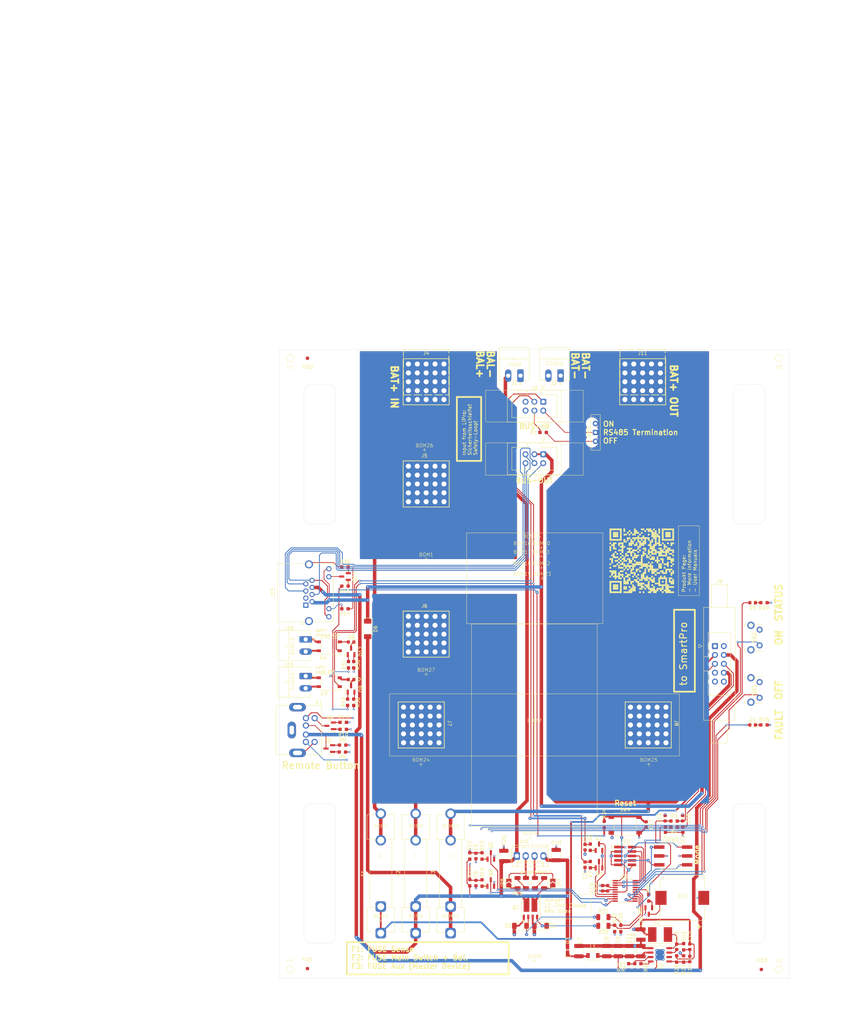
<source format=kicad_pcb>
(kicad_pcb
	(version 20241229)
	(generator "pcbnew")
	(generator_version "9.0")
	(general
		(thickness 1.627)
		(legacy_teardrops no)
	)
	(paper "A3" portrait)
	(layers
		(0 "F.Cu" signal)
		(4 "In1.Cu" signal)
		(6 "In2.Cu" signal)
		(8 "In3.Cu" signal)
		(10 "In4.Cu" signal)
		(2 "B.Cu" signal)
		(9 "F.Adhes" user "F.Adhesive")
		(11 "B.Adhes" user "B.Adhesive")
		(13 "F.Paste" user)
		(15 "B.Paste" user)
		(5 "F.SilkS" user "F.Silkscreen")
		(7 "B.SilkS" user "B.Silkscreen")
		(1 "F.Mask" user)
		(3 "B.Mask" user)
		(17 "Dwgs.User" user "User.Drawings")
		(19 "Cmts.User" user "User.Comments")
		(21 "Eco1.User" user "User.Eco1")
		(23 "Eco2.User" user "User.Eco2")
		(25 "Edge.Cuts" user)
		(27 "Margin" user)
		(31 "F.CrtYd" user "F.Courtyard")
		(29 "B.CrtYd" user "B.Courtyard")
		(35 "F.Fab" user)
		(33 "B.Fab" user)
		(39 "User.1" user)
		(41 "User.2" user)
		(43 "User.3" user)
		(45 "User.4" user)
		(47 "User.5" user)
		(49 "User.6" user)
		(51 "User.7" user)
		(53 "User.8" user)
		(55 "User.9" user)
	)
	(setup
		(stackup
			(layer "F.SilkS"
				(type "Top Silk Screen")
			)
			(layer "F.Paste"
				(type "Top Solder Paste")
			)
			(layer "F.Mask"
				(type "Top Solder Mask")
				(thickness 0.01)
			)
			(layer "F.Cu"
				(type "copper")
				(thickness 0.07)
			)
			(layer "dielectric 1"
				(type "prepreg")
				(thickness 0.1)
				(material "FR4")
				(epsilon_r 4.5)
				(loss_tangent 0.02)
			)
			(layer "In1.Cu"
				(type "copper")
				(thickness 0.07)
			)
			(layer "dielectric 2"
				(type "core")
				(thickness 0.4785)
				(material "FR4")
				(epsilon_r 4.5)
				(loss_tangent 0.02)
			)
			(layer "In2.Cu"
				(type "copper")
				(thickness 0.07)
			)
			(layer "dielectric 3"
				(type "prepreg")
				(thickness 0.1)
				(material "FR4")
				(epsilon_r 4.5)
				(loss_tangent 0.02)
			)
			(layer "In3.Cu"
				(type "copper")
				(thickness 0.035)
			)
			(layer "dielectric 4"
				(type "core")
				(thickness 0.4785)
				(material "FR4")
				(epsilon_r 4.5)
				(loss_tangent 0.02)
			)
			(layer "In4.Cu"
				(type "copper")
				(thickness 0.035)
			)
			(layer "dielectric 5"
				(type "prepreg")
				(thickness 0.1)
				(material "FR4")
				(epsilon_r 4.5)
				(loss_tangent 0.02)
			)
			(layer "B.Cu"
				(type "copper")
				(thickness 0.07)
			)
			(layer "B.Mask"
				(type "Bottom Solder Mask")
				(thickness 0.01)
			)
			(layer "B.Paste"
				(type "Bottom Solder Paste")
			)
			(layer "B.SilkS"
				(type "Bottom Silk Screen")
			)
			(copper_finish "None")
			(dielectric_constraints no)
		)
		(pad_to_mask_clearance 0)
		(allow_soldermask_bridges_in_footprints no)
		(tenting front back)
		(aux_axis_origin 100 120)
		(grid_origin 173 120)
		(pcbplotparams
			(layerselection 0x00000000_00000000_55555555_5755f5ff)
			(plot_on_all_layers_selection 0x00000000_00000000_00000000_00000000)
			(disableapertmacros no)
			(usegerberextensions no)
			(usegerberattributes yes)
			(usegerberadvancedattributes yes)
			(creategerberjobfile yes)
			(dashed_line_dash_ratio 12.000000)
			(dashed_line_gap_ratio 3.000000)
			(svgprecision 4)
			(plotframeref no)
			(mode 1)
			(useauxorigin no)
			(hpglpennumber 1)
			(hpglpenspeed 20)
			(hpglpendiameter 15.000000)
			(pdf_front_fp_property_popups yes)
			(pdf_back_fp_property_popups yes)
			(pdf_metadata yes)
			(pdf_single_document no)
			(dxfpolygonmode yes)
			(dxfimperialunits yes)
			(dxfusepcbnewfont yes)
			(psnegative no)
			(psa4output no)
			(plot_black_and_white yes)
			(plotinvisibletext no)
			(sketchpadsonfab no)
			(plotpadnumbers no)
			(hidednponfab no)
			(sketchdnponfab yes)
			(crossoutdnponfab yes)
			(subtractmaskfromsilk no)
			(outputformat 1)
			(mirror no)
			(drillshape 1)
			(scaleselection 1)
			(outputdirectory "")
		)
	)
	(net 0 "")
	(net 1 "GND")
	(net 2 "Net-(J10-Pin_3)")
	(net 3 "VCC")
	(net 4 "Net-(Q3-B)")
	(net 5 "/RESET")
	(net 6 "/SET")
	(net 7 "/Ub_FUSED")
	(net 8 "Net-(D3-K)")
	(net 9 "Net-(SW5-A)")
	(net 10 "/BMS_OK")
	(net 11 "Net-(U2-VIN)")
	(net 12 "Net-(U2-BST)")
	(net 13 "Net-(U2-SW)")
	(net 14 "Net-(C14-Pad1)")
	(net 15 "Net-(Q4-B)")
	(net 16 "Net-(U2-FB)")
	(net 17 "/B")
	(net 18 "/A")
	(net 19 "Net-(J10-Pin_2)")
	(net 20 "/BTN_ON")
	(net 21 "/BTN_OFF")
	(net 22 "/control/SWCLK")
	(net 23 "Net-(J12-~{RESET})")
	(net 24 "Net-(Q5-B)")
	(net 25 "/control/SWDIO")
	(net 26 "unconnected-(J12-KEY-Pad7)")
	(net 27 "Net-(JP8-A)")
	(net 28 "Net-(Q1-B)")
	(net 29 "/LVP")
	(net 30 "/OVP")
	(net 31 "Net-(Q2-B)")
	(net 32 "Net-(Q6-B)")
	(net 33 "/LED_ERROR")
	(net 34 "/LED_ON")
	(net 35 "Net-(U2-EN{slash}UVLO)")
	(net 36 "Net-(U2-RON)")
	(net 37 "/BMS_OK_PROTECTED")
	(net 38 "/control/R2")
	(net 39 "/control/R1")
	(net 40 "/control/BTN_OFF")
	(net 41 "/control/BTN_ON")
	(net 42 "Net-(BZ1--)")
	(net 43 "Net-(Q8-B)")
	(net 44 "Net-(U1-PA9{slash}PA11)")
	(net 45 "Net-(U1-PC14)")
	(net 46 "Net-(U1-PC15)")
	(net 47 "unconnected-(U2-PGOOD-Pad6)")
	(net 48 "/~{OC_FAULT}")
	(net 49 "/LVP_IN")
	(net 50 "/OVP_IN")
	(net 51 "Net-(D4-K)")
	(net 52 "Net-(D5-K)")
	(net 53 "/control/RELAIS_RESET")
	(net 54 "/control/RELAIS_SET")
	(net 55 "unconnected-(J3-Pin_5-Pad5)")
	(net 56 "unconnected-(J3-Pin_6-Pad6)")
	(net 57 "Net-(J13-Pad10)")
	(net 58 "Net-(Q14-C)")
	(net 59 "/BAT+_IN")
	(net 60 "Net-(J9-Pin_3)")
	(net 61 "/BAT+_SI")
	(net 62 "/BAT+_OUT")
	(net 63 "unconnected-(J9-Pin_7-Pad7)")
	(net 64 "/B_OUT")
	(net 65 "/A_OUT")
	(net 66 "/GND_OUT")
	(net 67 "/+5V_OUT")
	(net 68 "Net-(D6-A)")
	(net 69 "/~{OC_FAULT_PROTECTED}")
	(net 70 "/VCC_FROM_EASY_SWITCH")
	(net 71 "unconnected-(SW5-C-Pad2)")
	(net 72 "Net-(D7-A)")
	(net 73 "Net-(D8-A)")
	(net 74 "Net-(D6-K)")
	(net 75 "Net-(D7-K)")
	(net 76 "Net-(D8-K)")
	(net 77 "Net-(J15-Pin_2)")
	(net 78 "Net-(J15-Pin_1)")
	(net 79 "Net-(J16-Pin_1)")
	(net 80 "Net-(J16-Pin_2)")
	(net 81 "Net-(Q1-C)")
	(net 82 "Net-(Q4-C)")
	(net 83 "Net-(Q1-E)")
	(net 84 "Net-(Q4-E)")
	(net 85 "Net-(Q9-E)")
	(net 86 "Net-(Q12-E)")
	(net 87 "Net-(Q14-E)")
	(net 88 "Net-(Q9-B)")
	(net 89 "Net-(JP7-A)")
	(net 90 "Net-(R17-Pad1)")
	(net 91 "Net-(R19-Pad2)")
	(net 92 "Net-(Q12-B)")
	(net 93 "Net-(Q14-B)")
	(footprint "Package_SO:SO-4_4.4x4.3mm_P2.54mm" (layer "F.Cu") (at 114.25 215.25 180))
	(footprint "Capacitor_SMD:C_0603_1608Metric" (layer "F.Cu") (at 187.5 267.5 90))
	(footprint "Connector_IDC:IDC-Header_2x03_P2.54mm_Vertical" (layer "F.Cu") (at 175.54 150 -90))
	(footprint "Resistor_SMD:R_0603_1608Metric_Pad0.98x0.95mm_HandSolder" (layer "F.Cu") (at 175.5 143.75))
	(footprint "Capacitor_SMD:C_0603_1608Metric" (layer "F.Cu") (at 187.5 262.5 90))
	(footprint "LED_SMD:LED_0603_1608Metric" (layer "F.Cu") (at 120.5 203.75 180))
	(footprint "myPackage_SO:HSOP-8-1EP_3.9x4.9mm_P1.27mm_EP2.41x3.1mm_ThermalVias_0.3mm" (layer "F.Cu") (at 208.955 293.3))
	(footprint "Capacitor_SMD:C_0603_1608Metric" (layer "F.Cu") (at 156.25 272.75 90))
	(footprint "Fiducial:Fiducial_1mm_Mask3mm" (layer "F.Cu") (at 108 297.25))
	(footprint "Package_TO_SOT_SMD:SOT-23" (layer "F.Cu") (at 120.5 206.4375 90))
	(footprint "Resistor_SMD:R_1206_3216Metric" (layer "F.Cu") (at 170.57 272.775 -90))
	(footprint "myBOM:BOM_PART_2x2mm" (layer "F.Cu") (at 139 265))
	(footprint "myWürthSHFU:WP-SHFU_7461098_HAL_gewinkelt" (layer "F.Cu") (at 204 129.25))
	(footprint "Resistor_SMD:R_0603_1608Metric_Pad0.98x0.95mm_HandSolder" (layer "F.Cu") (at 197.75 285.75 -90))
	(footprint "Connector_Phoenix_MC:PhoenixContact_MC_1,5_2-G-3.5_1x02_P3.50mm_Horizontal" (layer "F.Cu") (at 169 127.5 180))
	(footprint "Connector_Phoenix_MC:PhoenixContact_MC_1,5_2-G-3.5_1x02_P3.50mm_Horizontal" (layer "F.Cu") (at 107.5 203 -90))
	(footprint "Capacitor_SMD:C_1210_3225Metric" (layer "F.Cu") (at 179.25 264.75 90))
	(footprint "Resistor_SMD:R_1206_3216Metric" (layer "F.Cu") (at 192.75 285 180))
	(footprint "Resistor_SMD:R_0603_1608Metric_Pad0.98x0.95mm_HandSolder" (layer "F.Cu") (at 238.75 192.5))
	(footprint "LED_SMD:LED_0603_1608Metric" (layer "F.Cu") (at 120.5 214.5 180))
	(footprint "Resistor_SMD:R_0603_1608Metric_Pad0.98x0.95mm_HandSolder" (layer "F.Cu") (at 118.75 182.25 180))
	(footprint "Resistor_SMD:R_0603_1608Metric_Pad0.98x0.95mm_HandSolder" (layer "F.Cu") (at 118.25 226.75))
	(footprint "myBOM:BOM_PART_2x2mm" (layer "F.Cu") (at 173 295))
	(footprint "Resistor_SMD:R_0603_1608Metric_Pad0.98x0.95mm_HandSolder" (layer "F.Cu") (at 200 296.75 -90))
	(footprint "Resistor_SMD:R_1206_3216Metric" (layer "F.Cu") (at 175.77 272.775 -90))
	(footprint "Connector_IDC:IDC-Header_2x05_P2.54mm_Latch6.5mm_Vertical" (layer "F.Cu") (at 224.71 204.92))
	(footprint "myBOM:BOM_PART_2x2mm" (layer "F.Cu") (at 142 213))
	(footprint "myBOM:BOM_PART_2x2mm" (layer "F.Cu") (at 167.25 122.75 180))
	(footprint "Capacitor_SMD:C_0603_1608Metric" (layer "F.Cu") (at 217.5 294.5 -90))
	(footprint "myBOM:BOM_PART_2x2mm" (layer "F.Cu") (at 175.25 185.5))
	(footprint "Resistor_SMD:R_0603_1608Metric_Pad0.98x0.95mm_HandSolder" (layer "F.Cu") (at 118 235.25 180))
	(footprint "Capacitor_SMD:C_0603_1608Metric" (layer "F.Cu") (at 156.25 265 90))
	(footprint "myHoles:printer_mounting_holes_1mm" (layer "F.Cu") (at 103 297.5))
	(footprint "Resistor_SMD:R_0603_1608Metric_Pad0.98x0.95mm_HandSolder" (layer "F.Cu") (at 118.75 187.75 180))
	(footprint "myWürthSHFU:WP-SHFU_7461098_HAL"
		(layer "F.Cu")
		(uuid "34660250-fc94-4cb6-a366-f6bfebcc8925")
		(at 142 158.5)
		(descr "WP-SHFU External thread, full plain\nDrill hole specification for HAL\nThread M6 , 25pins\nMax Height = 15.5mm")
		(property "Reference" "J5"
			(at -0.5 -7.5 0)
			(unlocked yes)
			(layer "F.SilkS")
			(uuid "b98c1c97-db84-4a6f-b632-be8166fe2593")
			(effects
				(font
					(size 1 1)
					(thickness 0.15)
				)
				(justify bottom)
			)
		)
		(property "Value" "Würth RedCube M6"
			(at -3.5 8.8 0)
			(unlocked yes)
			(layer "F.Fab")
			(uuid "b9c5fbcf-3a0d-45d1-a319-60c7f3986a6f")
			(effects
				(font
					(size 1.1684 1.1684)
					(thickness 0.1016)
				)
				(justify left bottom)
			)
		)
		(property "Datasheet" "https://www.lcsc.com/datasheet/lcsc_datasheet_2409261545_SAMZO-14580S0M5_C41416688.pdf"
			(at 0 0 0)
			(layer "F.Fab")
			(hide yes)
			(uuid "48bdedb9-93cd-4ddf-a42d-f5017451a656")
			(effects
				(font
					(size 1.27 1.27)
					(thickness 0.15)
				)
			)
		)
		(property "Description" "RED CUBE SCHRAUBTERMINAL WP-SHFU M6 BOLZEN 250 A"
			(at 0 0 0)
			(layer "F.Fab")
			(hide yes)
			(uuid "09440129-2c9e-4e38-847e-5b97ed260da6")
			(effects
				(font
					(size 1.27 1.27)
					(thickness 0.15)
				)
			)
		)
		(property "ECS Art#" "CON521"
			(at 0 0 0)
			(unlocked yes)
			(layer "F.Fab")
	
... [1455720 chars truncated]
</source>
